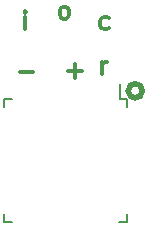
<source format=gbr>
G04 #@! TF.GenerationSoftware,KiCad,Pcbnew,(5.0.0)*
G04 #@! TF.CreationDate,2018-10-02T11:21:32+01:00*
G04 #@! TF.ProjectId,ArchMage,417263684D6167652E6B696361645F70,rev?*
G04 #@! TF.SameCoordinates,Original*
G04 #@! TF.FileFunction,Legend,Top*
G04 #@! TF.FilePolarity,Positive*
%FSLAX46Y46*%
G04 Gerber Fmt 4.6, Leading zero omitted, Abs format (unit mm)*
G04 Created by KiCad (PCBNEW (5.0.0)) date 10/02/18 11:21:32*
%MOMM*%
%LPD*%
G01*
G04 APERTURE LIST*
%ADD10C,0.300000*%
%ADD11C,0.500000*%
%ADD12C,0.150000*%
G04 APERTURE END LIST*
D10*
X157428571Y-87107142D02*
X158571428Y-87107142D01*
X164957142Y-83407142D02*
X164814285Y-83478571D01*
X164528571Y-83478571D01*
X164385714Y-83407142D01*
X164314285Y-83335714D01*
X164242857Y-83192857D01*
X164242857Y-82764285D01*
X164314285Y-82621428D01*
X164385714Y-82550000D01*
X164528571Y-82478571D01*
X164814285Y-82478571D01*
X164957142Y-82550000D01*
X161092857Y-82578571D02*
X160950000Y-82507142D01*
X160878571Y-82435714D01*
X160807142Y-82292857D01*
X160807142Y-81864285D01*
X160878571Y-81721428D01*
X160950000Y-81650000D01*
X161092857Y-81578571D01*
X161307142Y-81578571D01*
X161450000Y-81650000D01*
X161521428Y-81721428D01*
X161592857Y-81864285D01*
X161592857Y-82292857D01*
X161521428Y-82435714D01*
X161450000Y-82507142D01*
X161307142Y-82578571D01*
X161092857Y-82578571D01*
X157900000Y-83478571D02*
X157900000Y-82478571D01*
X157900000Y-81978571D02*
X157828571Y-82050000D01*
X157900000Y-82121428D01*
X157971428Y-82050000D01*
X157900000Y-81978571D01*
X157900000Y-82121428D01*
X161528571Y-87007142D02*
X162671428Y-87007142D01*
X162100000Y-87578571D02*
X162100000Y-86435714D01*
X164392857Y-87278571D02*
X164392857Y-86278571D01*
X164392857Y-86564285D02*
X164464285Y-86421428D01*
X164535714Y-86350000D01*
X164678571Y-86278571D01*
X164821428Y-86278571D01*
D11*
X167800000Y-88692894D02*
G75*
G03X167800000Y-88692894I-600000J0D01*
G01*
D12*
G04 #@! TO.C,U1*
X165900000Y-89425000D02*
X165900000Y-88150000D01*
X166475000Y-99775000D02*
X166475000Y-99100000D01*
X156125000Y-99775000D02*
X156125000Y-99100000D01*
X156125000Y-89425000D02*
X156125000Y-90100000D01*
X166475000Y-89425000D02*
X166475000Y-90100000D01*
X156125000Y-89425000D02*
X156800000Y-89425000D01*
X156125000Y-99775000D02*
X156800000Y-99775000D01*
X166475000Y-99775000D02*
X165800000Y-99775000D01*
X166475000Y-89425000D02*
X165900000Y-89425000D01*
G04 #@! TD*
M02*

</source>
